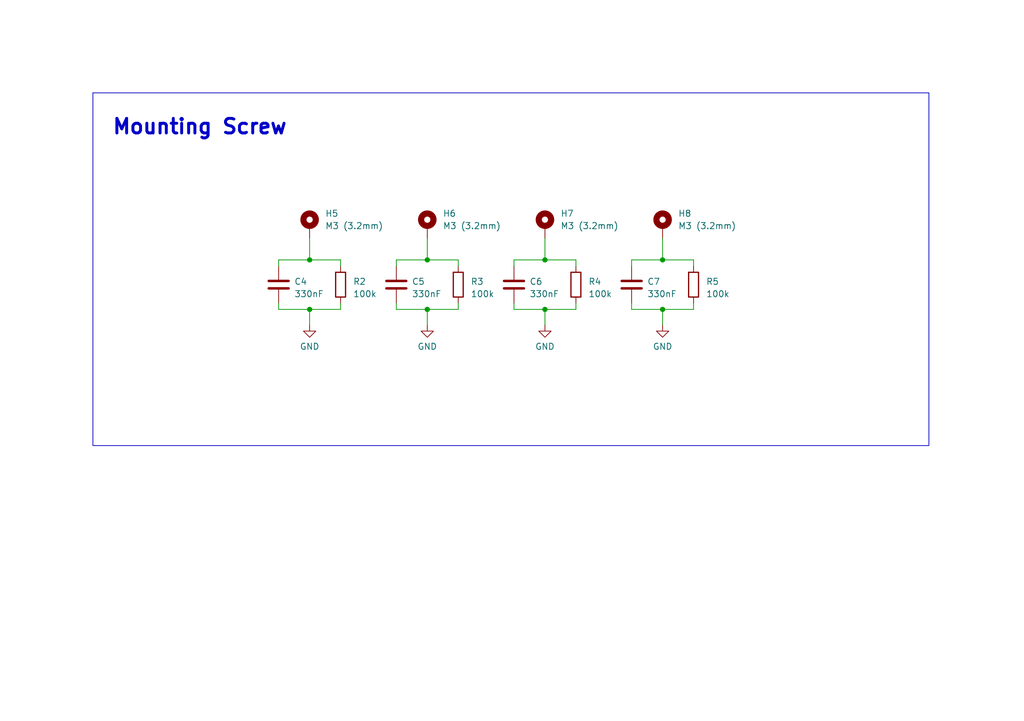
<source format=kicad_sch>
(kicad_sch (version 20230121) (generator eeschema)
  (paper "A5")
  (title_block (title "Mechanical") (date "2023-11-09") (rev "1") (company "EPFL XPlore") (comment 2 "Author : Federico Bise"))
  (lib_symbols
    (symbol "Device:C" (pin_numbers hide) (pin_names (offset 0.254))
      (property "Reference" "C" (at 0.635 2.54 0))
      (property "Value" "C" (at 0.635 -2.54 0))
      (symbol "C_0_1"
        (polyline (pts (xy -2.032 -0.762) (xy 2.032 -0.762)) (stroke (width 0.508)))
        (polyline (pts (xy -2.032 0.762) (xy 2.032 0.762)) (stroke (width 0.508)))
      )
      (symbol "C_1_1"
        (pin passive line (at 0 3.81 270) (length 2.794) (name "~") (number "1"))
        (pin passive line (at 0 -3.81 90) (length 2.794) (name "~") (number "2"))
      )
    )
    (symbol "Device:R" (pin_numbers hide) (pin_names (offset 0))
      (property "Reference" "R" (at 2.032 0 90))
      (property "Value" "R" (at 0 0 90))
      (symbol "R_0_1"
        (rectangle (start -1.016 -2.54) (end 1.016 2.54) (stroke (width 0.254)))
      )
      (symbol "R_1_1"
        (pin passive line (at 0 3.81 270) (length 1.27) (name "~") (number "1"))
        (pin passive line (at 0 -3.81 90) (length 1.27) (name "~") (number "2"))
      )
    )
    (symbol "Mechanical:MountingHole_Pad" (pin_numbers hide) (pin_names (offset 1.016) hide)
      (property "Reference" "H" (at 0 6.35 0))
      (property "Value" "MountingHole_Pad" (at 0 4.445 0))
      (symbol "MountingHole_Pad_0_1"
        (circle (center 0 1.27) (radius 1.27) (stroke (width 1.27)))
      )
      (symbol "MountingHole_Pad_1_1"
        (pin input line (at 0 -2.54 90) (length 2.54) (name "1") (number "1"))
      )
    )
    (symbol "power:GND" (power) (pin_names (offset 0))
      (property "Value" "GND" (at 0 -3.81 0))
      (symbol "GND_0_1"
        (polyline (pts (xy 0 0) (xy 0 -1.27) (xy 1.27 -1.27) (xy 0 -2.54) (xy -1.27 -1.27) (xy 0 -1.27)))
      )
      (symbol "GND_1_1"
        (pin power_in line (at 0 0 270) (length 0) hide (name "GND") (number "1"))
      )
    )
  )
  (junction (at 135.89 63.5))
  (junction (at 87.63 53.34))
  (junction (at 135.89 53.34))
  (junction (at 111.76 63.5))
  (junction (at 63.5 53.34))
  (junction (at 63.5 63.5))
  (junction (at 87.63 63.5))
  (junction (at 111.76 53.34))
  (wire (pts (xy 129.54 63.5) (xy 135.89 63.5)))
  (wire (pts (xy 111.76 48.895) (xy 111.76 53.34)))
  (wire (pts (xy 57.15 53.34) (xy 57.15 54.61)))
  (wire (pts (xy 63.5 63.5) (xy 69.85 63.5)))
  (wire (pts (xy 69.85 63.5) (xy 69.85 62.23)))
  (wire (pts (xy 81.28 63.5) (xy 87.63 63.5)))
  (wire (pts (xy 87.63 48.895) (xy 87.63 53.34)))
  (wire (pts (xy 105.41 63.5) (xy 111.76 63.5)))
  (wire (pts (xy 87.63 53.34) (xy 93.98 53.34)))
  (wire (pts (xy 63.5 48.895) (xy 63.5 53.34)))
  (wire (pts (xy 81.28 62.23) (xy 81.28 63.5)))
  (wire (pts (xy 111.76 63.5) (xy 118.11 63.5)))
  (wire (pts (xy 135.89 63.5) (xy 142.24 63.5)))
  (wire (pts (xy 111.76 63.5) (xy 111.76 66.675)))
  (wire (pts (xy 57.15 62.23) (xy 57.15 63.5)))
  (wire (pts (xy 87.63 63.5) (xy 93.98 63.5)))
  (wire (pts (xy 63.5 53.34) (xy 69.85 53.34)))
  (wire (pts (xy 63.5 63.5) (xy 63.5 66.675)))
  (wire (pts (xy 93.98 63.5) (xy 93.98 62.23)))
  (wire (pts (xy 118.11 63.5) (xy 118.11 62.23)))
  (wire (pts (xy 105.41 53.34) (xy 105.41 54.61)))
  (wire (pts (xy 81.28 53.34) (xy 81.28 54.61)))
  (wire (pts (xy 111.76 53.34) (xy 118.11 53.34)))
  (wire (pts (xy 93.98 53.34) (xy 93.98 54.61)))
  (wire (pts (xy 87.63 63.5) (xy 87.63 66.675)))
  (wire (pts (xy 118.11 53.34) (xy 118.11 54.61)))
  (wire (pts (xy 57.15 63.5) (xy 63.5 63.5)))
  (wire (pts (xy 135.89 63.5) (xy 135.89 66.675)))
  (wire (pts (xy 129.54 62.23) (xy 129.54 63.5)))
  (wire (pts (xy 135.89 53.34) (xy 142.24 53.34)))
  (wire (pts (xy 105.41 62.23) (xy 105.41 63.5)))
  (wire (pts (xy 135.89 48.895) (xy 135.89 53.34)))
  (wire (pts (xy 81.28 53.34) (xy 87.63 53.34)))
  (wire (pts (xy 57.15 53.34) (xy 63.5 53.34)))
  (wire (pts (xy 105.41 53.34) (xy 111.76 53.34)))
  (wire (pts (xy 129.54 53.34) (xy 129.54 54.61)))
  (wire (pts (xy 142.24 63.5) (xy 142.24 62.23)))
  (wire (pts (xy 129.54 53.34) (xy 135.89 53.34)))
  (wire (pts (xy 142.24 53.34) (xy 142.24 54.61)))
  (wire (pts (xy 69.85 53.34) (xy 69.85 54.61)))
  (rectangle (start 19.05 19.05) (end 190.5 91.44))
  (text "Mounting Screw\n" (at 22.86 27.94 0) (effects (font (size 3 3) (thickness 0.6) bold) (justify left bottom)))
  (text "Back to overview" (at 220.98 175.26 0) (effects (font (size 3 3) (thickness 0.6) bold) (justify left bottom)))
  (symbol (lib_id "Mechanical:MountingHole_Pad") (at 63.5 46.355 0) (unit 1) (in_bom no)
    (property "Reference" "H5" (at 66.675 43.8149 0) (effects (justify left)))
    (property "Value" "M3 (3.2mm)" (at 66.675 46.3549 0) (effects (justify left)))
    (property "Footprint" "MountingHole:MountingHole_3.2mm_M3_Pad_Via" (effects hide))
    (instances (project "nav_lower_controller" (path "" (reference "H5") (unit 1))) (project "nav_controller_interface_v2" (path "" (reference "H501") (unit 1))))
  )
  (symbol (lib_id "Device:C") (at 57.15 58.42 0) (unit 1)
    (property "Reference" "C4" (at 60.325 57.785 0) (effects (justify left)))
    (property "Value" "330nF" (at 60.325 60.325 0) (effects (justify left)))
    (property "Footprint" "Capacitor_SMD:C_0603_1608Metric" (effects hide))
    (property "Datasheet" "https://product.tdk.com/system/files/dam/doc/product/capacitor/ceramic/mlcc/catalog/mlcc_commercial_general_en.pdf?ref_disty=mouser" (effects hide))
    (property "Distributor" "Mouser" (effects hide))
    (property "Distributor ref" "810-C1608X7R1H334K" (effects hide))
    (property "Manufacturer ref" "C1608X7R1H334K080AC" (effects hide))
    (instances (project "nav_lower_controller" (path "" (reference "C4") (unit 1))) (project "nav_controller_interface_v2" (path "" (reference "C501") (unit 1))))
  )
  (symbol (lib_id "Device:R") (at 69.85 58.42 0) (unit 1)
    (property "Reference" "R2" (at 72.39 57.785 0) (effects (justify left)))
    (property "Value" "100k" (at 72.39 60.325 0) (effects (justify left)))
    (property "Footprint" "Resistor_SMD:R_0603_1608Metric" (effects hide))
    (property "Datasheet" "https://www.mouser.ch/datasheet/2/427/crcwhpe3-1713858.pdf" (effects hide))
    (property "Distributor" "Mouser" (effects hide))
    (property "Distributor ref" "71-CRCW0603100KFKEAH" (effects hide))
    (property "Manufacturer ref" "CRCW0603100KFKEAHP" (effects hide))
    (instances (project "nav_lower_controller" (path "" (reference "R2") (unit 1))) (project "nav_controller_interface_v2" (path "" (reference "R501") (unit 1))))
  )
  (symbol (lib_id "power:GND") (at 111.76 66.675 0) (unit 1)
    (property "Reference" "#PWR025" (effects hide))
    (property "Value" "GND" (at 111.76 71.12 0))
    (instances (project "nav_lower_controller" (path "" (reference "#PWR025") (unit 1))) (project "nav_controller_interface_v2" (path "" (reference "#PWR0503") (unit 1))))
  )
  (symbol (lib_id "Mechanical:MountingHole_Pad") (at 135.89 46.355 0) (unit 1) (in_bom no)
    (property "Reference" "H8" (at 139.065 43.8149 0) (effects (justify left)))
    (property "Value" "M3 (3.2mm)" (at 139.065 46.3549 0) (effects (justify left)))
    (property "Footprint" "MountingHole:MountingHole_3.2mm_M3_Pad_Via" (effects hide))
    (instances (project "nav_lower_controller" (path "" (reference "H8") (unit 1))) (project "nav_controller_interface_v2" (path "" (reference "H504") (unit 1))))
  )
  (symbol (lib_id "power:GND") (at 135.89 66.675 0) (unit 1)
    (property "Reference" "#PWR026" (effects hide))
    (property "Value" "GND" (at 135.89 71.12 0))
    (instances (project "nav_lower_controller" (path "" (reference "#PWR026") (unit 1))) (project "nav_controller_interface_v2" (path "" (reference "#PWR0504") (unit 1))))
  )
  (symbol (lib_id "Device:C") (at 105.41 58.42 0) (unit 1)
    (property "Reference" "C6" (at 108.585 57.785 0) (effects (justify left)))
    (property "Value" "330nF" (at 108.585 60.325 0) (effects (justify left)))
    (property "Footprint" "Capacitor_SMD:C_0603_1608Metric" (effects hide))
    (property "Datasheet" "https://product.tdk.com/system/files/dam/doc/product/capacitor/ceramic/mlcc/catalog/mlcc_commercial_general_en.pdf?ref_disty=mouser" (effects hide))
    (property "Distributor" "Mouser" (effects hide))
    (property "Distributor ref" "810-C1608X7R1H334K" (effects hide))
    (property "Manufacturer ref" "C1608X7R1H334K080AC" (effects hide))
    (instances (project "nav_lower_controller" (path "" (reference "C6") (unit 1))) (project "nav_controller_interface_v2" (path "" (reference "C503") (unit 1))))
  )
  (symbol (lib_id "Mechanical:MountingHole_Pad") (at 87.63 46.355 0) (unit 1) (in_bom no)
    (property "Reference" "H6" (at 90.805 43.8149 0) (effects (justify left)))
    (property "Value" "M3 (3.2mm)" (at 90.805 46.3549 0) (effects (justify left)))
    (property "Footprint" "MountingHole:MountingHole_3.2mm_M3_Pad_Via" (effects hide))
    (instances (project "nav_lower_controller" (path "" (reference "H6") (unit 1))) (project "nav_controller_interface_v2" (path "" (reference "H502") (unit 1))))
  )
  (symbol (lib_id "Mechanical:MountingHole_Pad") (at 111.76 46.355 0) (unit 1) (in_bom no)
    (property "Reference" "H7" (at 114.935 43.8149 0) (effects (justify left)))
    (property "Value" "M3 (3.2mm)" (at 114.935 46.3549 0) (effects (justify left)))
    (property "Footprint" "MountingHole:MountingHole_3.2mm_M3_Pad_Via" (effects hide))
    (instances (project "nav_lower_controller" (path "" (reference "H7") (unit 1))) (project "nav_controller_interface_v2" (path "" (reference "H503") (unit 1))))
  )
  (symbol (lib_id "Device:C") (at 129.54 58.42 0) (unit 1)
    (property "Reference" "C7" (at 132.715 57.785 0) (effects (justify left)))
    (property "Value" "330nF" (at 132.715 60.325 0) (effects (justify left)))
    (property "Footprint" "Capacitor_SMD:C_0603_1608Metric" (effects hide))
    (property "Datasheet" "https://product.tdk.com/system/files/dam/doc/product/capacitor/ceramic/mlcc/catalog/mlcc_commercial_general_en.pdf?ref_disty=mouser" (effects hide))
    (property "Distributor" "Mouser" (effects hide))
    (property "Distributor ref" "810-C1608X7R1H334K" (effects hide))
    (property "Manufacturer ref" "C1608X7R1H334K080AC" (effects hide))
    (instances (project "nav_lower_controller" (path "" (reference "C7") (unit 1))) (project "nav_controller_interface_v2" (path "" (reference "C504") (unit 1))))
  )
  (symbol (lib_id "power:GND") (at 63.5 66.675 0) (unit 1)
    (property "Reference" "#PWR023" (effects hide))
    (property "Value" "GND" (at 63.5 71.12 0))
    (instances (project "nav_lower_controller" (path "" (reference "#PWR023") (unit 1))) (project "nav_controller_interface_v2" (path "" (reference "#PWR0501") (unit 1))))
  )
  (symbol (lib_id "Device:R") (at 118.11 58.42 0) (unit 1)
    (property "Reference" "R4" (at 120.65 57.785 0) (effects (justify left)))
    (property "Value" "100k" (at 120.65 60.325 0) (effects (justify left)))
    (property "Footprint" "Resistor_SMD:R_0603_1608Metric" (effects hide))
    (property "Datasheet" "https://www.mouser.ch/datasheet/2/427/crcwhpe3-1713858.pdf" (effects hide))
    (property "Distributor" "Mouser" (effects hide))
    (property "Distributor ref" "71-CRCW0603100KFKEAH" (effects hide))
    (property "Manufacturer ref" "CRCW0603100KFKEAHP" (effects hide))
    (instances (project "nav_lower_controller" (path "" (reference "R4") (unit 1))) (project "nav_controller_interface_v2" (path "" (reference "R503") (unit 1))))
  )
  (symbol (lib_id "Device:R") (at 142.24 58.42 0) (unit 1)
    (property "Reference" "R5" (at 144.78 57.785 0) (effects (justify left)))
    (property "Value" "100k" (at 144.78 60.325 0) (effects (justify left)))
    (property "Footprint" "Resistor_SMD:R_0603_1608Metric" (effects hide))
    (property "Datasheet" "https://www.mouser.ch/datasheet/2/427/crcwhpe3-1713858.pdf" (effects hide))
    (property "Distributor" "Mouser" (effects hide))
    (property "Distributor ref" "71-CRCW0603100KFKEAH" (effects hide))
    (property "Manufacturer ref" "CRCW0603100KFKEAHP" (effects hide))
    (instances (project "nav_lower_controller" (path "" (reference "R5") (unit 1))) (project "nav_controller_interface_v2" (path "" (reference "R504") (unit 1))))
  )
  (symbol (lib_id "Device:R") (at 93.98 58.42 0) (unit 1)
    (property "Reference" "R3" (at 96.52 57.785 0) (effects (justify left)))
    (property "Value" "100k" (at 96.52 60.325 0) (effects (justify left)))
    (property "Footprint" "Resistor_SMD:R_0603_1608Metric" (effects hide))
    (property "Datasheet" "https://www.mouser.ch/datasheet/2/427/crcwhpe3-1713858.pdf" (effects hide))
    (property "Distributor" "Mouser" (effects hide))
    (property "Distributor ref" "71-CRCW0603100KFKEAH" (effects hide))
    (property "Manufacturer ref" "CRCW0603100KFKEAHP" (effects hide))
    (instances (project "nav_lower_controller" (path "" (reference "R3") (unit 1))) (project "nav_controller_interface_v2" (path "" (reference "R502") (unit 1))))
  )
  (symbol (lib_id "Device:C") (at 81.28 58.42 0) (unit 1)
    (property "Reference" "C5" (at 84.455 57.785 0) (effects (justify left)))
    (property "Value" "330nF" (at 84.455 60.325 0) (effects (justify left)))
    (property "Footprint" "Capacitor_SMD:C_0603_1608Metric" (effects hide))
    (property "Datasheet" "https://product.tdk.com/system/files/dam/doc/product/capacitor/ceramic/mlcc/catalog/mlcc_commercial_general_en.pdf?ref_disty=mouser" (effects hide))
    (property "Distributor" "Mouser" (effects hide))
    (property "Distributor ref" "810-C1608X7R1H334K" (effects hide))
    (property "Manufacturer ref" "C1608X7R1H334K080AC" (effects hide))
    (instances (project "nav_lower_controller" (path "" (reference "C5") (unit 1))) (project "nav_controller_interface_v2" (path "" (reference "C502") (unit 1))))
  )
  (symbol (lib_id "power:GND") (at 87.63 66.675 0) (unit 1)
    (property "Reference" "#PWR024" (effects hide))
    (property "Value" "GND" (at 87.63 71.12 0))
    (instances (project "nav_lower_controller" (path "" (reference "#PWR024") (unit 1))) (project "nav_controller_interface_v2" (path "" (reference "#PWR0502") (unit 1))))
  )
)
</source>
